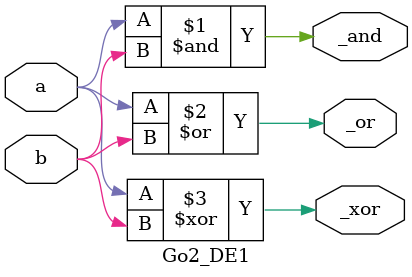
<source format=v>
module Go2_DE1(a,b,_and,_or,_xor);
	input a,b;
	output _and,_or,_xor;

	assign _and = a&b;
	assign _or = a|b;
	assign _xor = a^b;

endmodule
</source>
